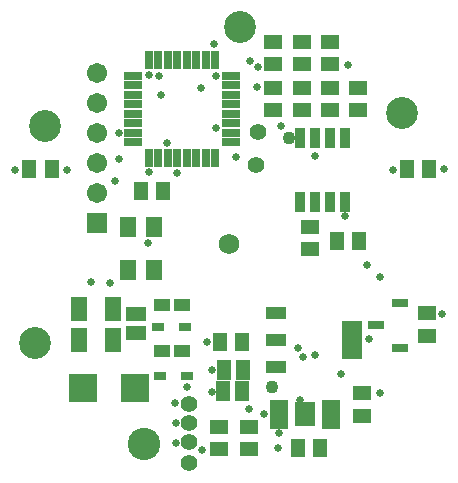
<source format=gts>
G04 Layer_Color=8388736*
%FSLAX25Y25*%
%MOIN*%
G70*
G01*
G75*
%ADD52R,0.05131X0.06587*%
%ADD53C,0.05524*%
%ADD54R,0.06400X0.02800*%
%ADD55R,0.02800X0.06400*%
%ADD56R,0.05721X0.07099*%
%ADD57R,0.04800X0.06300*%
%ADD58R,0.09461X0.09265*%
%ADD59R,0.05524X0.07887*%
%ADD60R,0.06587X0.05131*%
%ADD61R,0.05524X0.03950*%
%ADD62R,0.04107X0.02611*%
%ADD63R,0.06300X0.04800*%
%ADD64R,0.06981X0.08202*%
%ADD65R,0.06312X0.01981*%
%ADD66R,0.03359X0.06804*%
%ADD67R,0.05721X0.03162*%
%ADD68R,0.07100X0.04100*%
%ADD69R,0.07100X0.13000*%
%ADD70C,0.10642*%
%ADD71C,0.10800*%
%ADD72C,0.06800*%
%ADD73C,0.06706*%
%ADD74R,0.06706X0.06706*%
%ADD75C,0.02572*%
%ADD76C,0.04343*%
D52*
X-1650Y-41921D02*
D03*
X4728D02*
D03*
X4602Y-49122D02*
D03*
X-1776D02*
D03*
D53*
X9843Y37402D02*
D03*
X-13287Y-59547D02*
D03*
Y-66043D02*
D03*
Y-73032D02*
D03*
X9055Y26378D02*
D03*
X-13287Y-53248D02*
D03*
D54*
X-31772Y34002D02*
D03*
Y37102D02*
D03*
Y40302D02*
D03*
Y43402D02*
D03*
Y46602D02*
D03*
Y49702D02*
D03*
Y52902D02*
D03*
Y56002D02*
D03*
X828D02*
D03*
Y52902D02*
D03*
Y49702D02*
D03*
Y46602D02*
D03*
Y43402D02*
D03*
Y40302D02*
D03*
Y37102D02*
D03*
Y34002D02*
D03*
D55*
X-26472Y61302D02*
D03*
X-23372D02*
D03*
X-20172D02*
D03*
X-17072D02*
D03*
X-13872D02*
D03*
X-10772D02*
D03*
X-7572D02*
D03*
X-4472D02*
D03*
Y28702D02*
D03*
X-7572D02*
D03*
X-10772D02*
D03*
X-13872D02*
D03*
X-17072D02*
D03*
X-20172D02*
D03*
X-23372D02*
D03*
X-26472D02*
D03*
D56*
X-33559Y-8752D02*
D03*
Y5815D02*
D03*
X-24898D02*
D03*
Y-8752D02*
D03*
D57*
X-21792Y17717D02*
D03*
X-29192D02*
D03*
X-3011Y-32579D02*
D03*
X4389D02*
D03*
X30472Y-68110D02*
D03*
X23072D02*
D03*
X36064Y1181D02*
D03*
X43464D02*
D03*
X66799Y25067D02*
D03*
X59399D02*
D03*
X-66405Y24933D02*
D03*
X-59005D02*
D03*
D58*
X-48425Y-47933D02*
D03*
X-31102D02*
D03*
D59*
X-38386Y-31890D02*
D03*
X-49803D02*
D03*
X-38583Y-21654D02*
D03*
X-50000D02*
D03*
D60*
X-30815Y-29701D02*
D03*
Y-23323D02*
D03*
D61*
X-15354Y-20276D02*
D03*
X-22047D02*
D03*
X-22244Y-35728D02*
D03*
X-15551D02*
D03*
D62*
X-22854Y-43890D02*
D03*
X-13799D02*
D03*
X-14449Y-27764D02*
D03*
X-23504D02*
D03*
D63*
X-3150Y-68464D02*
D03*
Y-61064D02*
D03*
X6693Y-68464D02*
D03*
Y-61064D02*
D03*
X44488Y-57145D02*
D03*
Y-49745D02*
D03*
X66142Y-30472D02*
D03*
Y-23072D02*
D03*
X33858Y44725D02*
D03*
Y52125D02*
D03*
X24409D02*
D03*
Y44725D02*
D03*
X14961Y52125D02*
D03*
Y44725D02*
D03*
X24409Y60079D02*
D03*
Y67479D02*
D03*
X43307Y44725D02*
D03*
Y52125D02*
D03*
X14961Y60079D02*
D03*
Y67479D02*
D03*
X33858D02*
D03*
Y60079D02*
D03*
X27165Y5669D02*
D03*
Y-1732D02*
D03*
D64*
X25492Y-56791D02*
D03*
D65*
X34154Y-52854D02*
D03*
Y-54823D02*
D03*
Y-56791D02*
D03*
Y-58760D02*
D03*
Y-60728D02*
D03*
X16831D02*
D03*
Y-58760D02*
D03*
Y-56791D02*
D03*
Y-54823D02*
D03*
Y-52854D02*
D03*
D66*
X23898Y35480D02*
D03*
X28898D02*
D03*
X33898D02*
D03*
X38898D02*
D03*
Y14126D02*
D03*
X33898D02*
D03*
X28898D02*
D03*
X23898D02*
D03*
D67*
X49016Y-27055D02*
D03*
X57284Y-19535D02*
D03*
Y-34575D02*
D03*
D68*
X15853Y-22896D02*
D03*
Y-31996D02*
D03*
Y-41096D02*
D03*
D69*
X41053Y-31996D02*
D03*
D70*
X3796Y72431D02*
D03*
X-64625Y-32928D02*
D03*
X57926Y43650D02*
D03*
X-61024Y39370D02*
D03*
D71*
X-28340Y-66765D02*
D03*
D72*
X0Y0D02*
D03*
D73*
X-43996Y56890D02*
D03*
Y46890D02*
D03*
Y36890D02*
D03*
Y26890D02*
D03*
Y16890D02*
D03*
D74*
Y6890D02*
D03*
D75*
X-26772Y394D02*
D03*
X-39370Y-12992D02*
D03*
X-4724Y66535D02*
D03*
X7087Y61024D02*
D03*
X-37992Y20965D02*
D03*
X-36614Y28248D02*
D03*
X-20669Y33858D02*
D03*
X-4331Y38583D02*
D03*
X-26476Y24016D02*
D03*
X17323Y39370D02*
D03*
X16535Y-68110D02*
D03*
X-4331Y55905D02*
D03*
X-23327Y55906D02*
D03*
X-26476Y56496D02*
D03*
X-36516Y36909D02*
D03*
X-9154Y52165D02*
D03*
X-22441Y49606D02*
D03*
X16929Y-62992D02*
D03*
X37402Y-43307D02*
D03*
X24803Y-37795D02*
D03*
X28740Y-37008D02*
D03*
X23228Y-34646D02*
D03*
X-13780Y-47539D02*
D03*
X-17520Y-66142D02*
D03*
Y-59547D02*
D03*
X6890Y-54921D02*
D03*
X-7283Y-32579D02*
D03*
X23720Y-52067D02*
D03*
X-45866Y-12500D02*
D03*
X9843Y59055D02*
D03*
X-5610Y-49213D02*
D03*
X-5512Y-41831D02*
D03*
X-8760Y-68504D02*
D03*
X-53937Y24803D02*
D03*
X38780Y9449D02*
D03*
X28740Y29528D02*
D03*
X9449Y52362D02*
D03*
X-17717Y-53051D02*
D03*
X71260Y-23228D02*
D03*
X50394Y-49606D02*
D03*
X2362Y29134D02*
D03*
X39764Y59842D02*
D03*
X50394Y-11024D02*
D03*
X46063Y-7087D02*
D03*
X71653Y25197D02*
D03*
X54724Y24803D02*
D03*
X-71260D02*
D03*
X11811Y-56693D02*
D03*
X46850Y-31496D02*
D03*
X-17323Y23622D02*
D03*
D76*
X20079Y35433D02*
D03*
X14567Y-47638D02*
D03*
M02*

</source>
